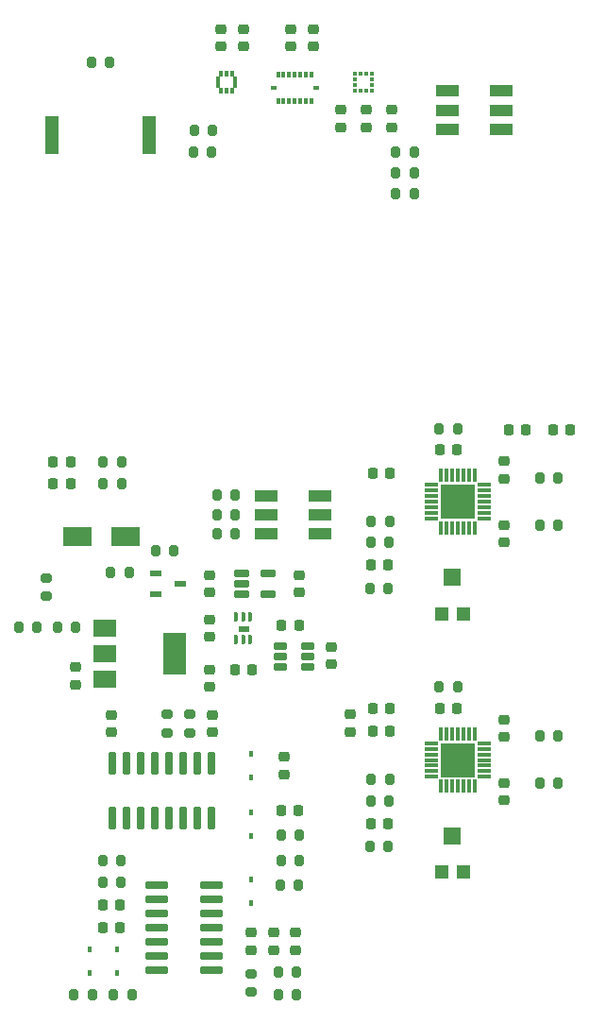
<source format=gbr>
%TF.GenerationSoftware,KiCad,Pcbnew,(6.0.5)*%
%TF.CreationDate,2022-06-08T15:49:38-06:00*%
%TF.ProjectId,main_board,6d61696e-5f62-46f6-9172-642e6b696361,rev?*%
%TF.SameCoordinates,Original*%
%TF.FileFunction,Paste,Top*%
%TF.FilePolarity,Positive*%
%FSLAX46Y46*%
G04 Gerber Fmt 4.6, Leading zero omitted, Abs format (unit mm)*
G04 Created by KiCad (PCBNEW (6.0.5)) date 2022-06-08 15:49:38*
%MOMM*%
%LPD*%
G01*
G04 APERTURE LIST*
G04 Aperture macros list*
%AMRoundRect*
0 Rectangle with rounded corners*
0 $1 Rounding radius*
0 $2 $3 $4 $5 $6 $7 $8 $9 X,Y pos of 4 corners*
0 Add a 4 corners polygon primitive as box body*
4,1,4,$2,$3,$4,$5,$6,$7,$8,$9,$2,$3,0*
0 Add four circle primitives for the rounded corners*
1,1,$1+$1,$2,$3*
1,1,$1+$1,$4,$5*
1,1,$1+$1,$6,$7*
1,1,$1+$1,$8,$9*
0 Add four rect primitives between the rounded corners*
20,1,$1+$1,$2,$3,$4,$5,0*
20,1,$1+$1,$4,$5,$6,$7,0*
20,1,$1+$1,$6,$7,$8,$9,0*
20,1,$1+$1,$8,$9,$2,$3,0*%
G04 Aperture macros list end*
%ADD10C,0.010000*%
%ADD11R,2.650000X1.750000*%
%ADD12RoundRect,0.200000X-0.275000X0.200000X-0.275000X-0.200000X0.275000X-0.200000X0.275000X0.200000X0*%
%ADD13RoundRect,0.225000X0.250000X-0.225000X0.250000X0.225000X-0.250000X0.225000X-0.250000X-0.225000X0*%
%ADD14RoundRect,0.225000X-0.250000X0.225000X-0.250000X-0.225000X0.250000X-0.225000X0.250000X0.225000X0*%
%ADD15RoundRect,0.200000X0.200000X0.275000X-0.200000X0.275000X-0.200000X-0.275000X0.200000X-0.275000X0*%
%ADD16RoundRect,0.218750X-0.218750X-0.256250X0.218750X-0.256250X0.218750X0.256250X-0.218750X0.256250X0*%
%ADD17RoundRect,0.090000X-0.520000X-0.210000X0.520000X-0.210000X0.520000X0.210000X-0.520000X0.210000X0*%
%ADD18R,0.450000X0.600000*%
%ADD19RoundRect,0.008100X0.126900X-0.361900X0.126900X0.361900X-0.126900X0.361900X-0.126900X-0.361900X0*%
%ADD20RoundRect,0.200000X-0.200000X-0.275000X0.200000X-0.275000X0.200000X0.275000X-0.200000X0.275000X0*%
%ADD21R,0.300000X1.150000*%
%ADD22R,1.150000X0.300000*%
%ADD23R,3.150000X3.150000*%
%ADD24RoundRect,0.225000X0.225000X0.250000X-0.225000X0.250000X-0.225000X-0.250000X0.225000X-0.250000X0*%
%ADD25RoundRect,0.007000X0.168000X-0.183000X0.168000X0.183000X-0.168000X0.183000X-0.168000X-0.183000X0*%
%ADD26RoundRect,0.200000X0.275000X-0.200000X0.275000X0.200000X-0.275000X0.200000X-0.275000X-0.200000X0*%
%ADD27RoundRect,0.225000X-0.225000X-0.250000X0.225000X-0.250000X0.225000X0.250000X-0.225000X0.250000X0*%
%ADD28R,1.200000X1.200000*%
%ADD29R,1.600000X1.500000*%
%ADD30R,1.300000X3.400000*%
%ADD31R,0.375000X0.350000*%
%ADD32R,0.350000X0.375000*%
%ADD33R,0.350000X0.590000*%
%ADD34R,0.590000X0.350000*%
%ADD35R,2.000000X1.500000*%
%ADD36R,2.000000X3.800000*%
%ADD37RoundRect,0.060000X-0.615000X0.240000X-0.615000X-0.240000X0.615000X-0.240000X0.615000X0.240000X0*%
%ADD38RoundRect,0.218750X0.218750X0.256250X-0.218750X0.256250X-0.218750X-0.256250X0.218750X-0.256250X0*%
%ADD39RoundRect,0.042000X-0.943000X-0.258000X0.943000X-0.258000X0.943000X0.258000X-0.943000X0.258000X0*%
%ADD40R,1.090000X0.610000*%
%ADD41R,2.000000X1.100000*%
%ADD42RoundRect,0.042000X0.258000X-0.943000X0.258000X0.943000X-0.258000X0.943000X-0.258000X-0.943000X0*%
G04 APERTURE END LIST*
%TO.C,U9*%
G36*
X146565000Y-114660000D02*
G01*
X145705000Y-114660000D01*
X145705000Y-114240000D01*
X146565000Y-114240000D01*
X146565000Y-114660000D01*
G37*
D10*
X146565000Y-114660000D02*
X145705000Y-114660000D01*
X145705000Y-114240000D01*
X146565000Y-114240000D01*
X146565000Y-114660000D01*
%TD*%
D11*
%TO.C,D10*%
X131250000Y-106190000D03*
X135550000Y-106190000D03*
%TD*%
D12*
%TO.C,R7*%
X141335000Y-122175000D03*
X141335000Y-123825000D03*
%TD*%
D13*
%TO.C,C6*%
X146165000Y-62275000D03*
X146165000Y-60725000D03*
%TD*%
D14*
%TO.C,C41*%
X157165000Y-67975000D03*
X157165000Y-69525000D03*
%TD*%
D15*
%TO.C,R6*%
X135160000Y-137250000D03*
X133510000Y-137250000D03*
%TD*%
D14*
%TO.C,C3*%
X154915000Y-67975000D03*
X154915000Y-69525000D03*
%TD*%
D16*
%TO.C,D9*%
X129085000Y-101500000D03*
X130660000Y-101500000D03*
%TD*%
D15*
%TO.C,R31*%
X135197500Y-101500000D03*
X133547500Y-101500000D03*
%TD*%
D17*
%TO.C,U7*%
X149455000Y-116050000D03*
X149455000Y-117000000D03*
X149455000Y-117950000D03*
X151945000Y-117950000D03*
X151945000Y-117000000D03*
X151945000Y-116050000D03*
%TD*%
D15*
%TO.C,R38*%
X161475000Y-71800000D03*
X159825000Y-71800000D03*
%TD*%
D13*
%TO.C,C17*%
X143135000Y-111225000D03*
X143135000Y-109675000D03*
%TD*%
D14*
%TO.C,C29*%
X169500000Y-128325000D03*
X169500000Y-129875000D03*
%TD*%
D18*
%TO.C,D2*%
X146835000Y-136950000D03*
X146835000Y-139050000D03*
%TD*%
D19*
%TO.C,U9*%
X145485000Y-115445000D03*
X146135000Y-115445000D03*
X146785000Y-115445000D03*
X146785000Y-113455000D03*
X146135000Y-113455000D03*
X145485000Y-113455000D03*
%TD*%
D20*
%TO.C,R39*%
X134260000Y-109450000D03*
X135910000Y-109450000D03*
%TD*%
D14*
%TO.C,C19*%
X151135000Y-109700000D03*
X151135000Y-111250000D03*
%TD*%
D18*
%TO.C,D5*%
X146835000Y-125700000D03*
X146835000Y-127800000D03*
%TD*%
D20*
%TO.C,R33*%
X143760000Y-106000000D03*
X145410000Y-106000000D03*
%TD*%
D13*
%TO.C,C8*%
X134335000Y-123750000D03*
X134335000Y-122200000D03*
%TD*%
D15*
%TO.C,R12*%
X151085000Y-137500000D03*
X149435000Y-137500000D03*
%TD*%
%TO.C,R22*%
X165375000Y-119700000D03*
X163725000Y-119700000D03*
%TD*%
%TO.C,R40*%
X139910000Y-107500000D03*
X138260000Y-107500000D03*
%TD*%
D21*
%TO.C,IC1*%
X166885000Y-123900000D03*
X166385000Y-123900000D03*
X165885000Y-123900000D03*
X165385000Y-123900000D03*
X164885000Y-123900000D03*
X164385000Y-123900000D03*
X163885000Y-123900000D03*
D22*
X163035000Y-124750000D03*
X163035000Y-125250000D03*
X163035000Y-125750000D03*
X163035000Y-126250000D03*
X163035000Y-126750000D03*
X163035000Y-127250000D03*
X163035000Y-127750000D03*
D21*
X163885000Y-128600000D03*
X164385000Y-128600000D03*
X164885000Y-128600000D03*
X165385000Y-128600000D03*
X165885000Y-128600000D03*
X166385000Y-128600000D03*
X166885000Y-128600000D03*
D22*
X167735000Y-127750000D03*
X167735000Y-127250000D03*
X167735000Y-126750000D03*
X167735000Y-126250000D03*
X167735000Y-125750000D03*
X167735000Y-125250000D03*
X167735000Y-124750000D03*
D23*
X165385000Y-126250000D03*
%TD*%
D15*
%TO.C,R11*%
X132585000Y-147250000D03*
X130935000Y-147250000D03*
%TD*%
D20*
%TO.C,R15*%
X125975000Y-114350000D03*
X127625000Y-114350000D03*
%TD*%
D15*
%TO.C,R37*%
X161475000Y-73650000D03*
X159825000Y-73650000D03*
%TD*%
D24*
%TO.C,C33*%
X165325000Y-98450000D03*
X163775000Y-98450000D03*
%TD*%
D14*
%TO.C,C13*%
X149835000Y-125975000D03*
X149835000Y-127525000D03*
%TD*%
D12*
%TO.C,R8*%
X139335000Y-122175000D03*
X139335000Y-123825000D03*
%TD*%
D13*
%TO.C,C27*%
X169550000Y-124175000D03*
X169550000Y-122625000D03*
%TD*%
D14*
%TO.C,C26*%
X155750000Y-122175000D03*
X155750000Y-123725000D03*
%TD*%
D25*
%TO.C,U3*%
X143900000Y-65250000D03*
X143900000Y-65750000D03*
X144165000Y-66265000D03*
X144665000Y-66265000D03*
X145165000Y-66265000D03*
X145430000Y-65750000D03*
X145430000Y-65250000D03*
X145165000Y-64735000D03*
X144665000Y-64735000D03*
X144165000Y-64735000D03*
%TD*%
D15*
%TO.C,R41*%
X135197500Y-99500000D03*
X133547500Y-99500000D03*
%TD*%
%TO.C,R9*%
X136160000Y-147250000D03*
X134510000Y-147250000D03*
%TD*%
D26*
%TO.C,R17*%
X128500000Y-111575000D03*
X128500000Y-109925000D03*
%TD*%
D20*
%TO.C,R27*%
X157575000Y-106750000D03*
X159225000Y-106750000D03*
%TD*%
D27*
%TO.C,C20*%
X173925000Y-96650000D03*
X175475000Y-96650000D03*
%TD*%
D18*
%TO.C,D4*%
X146835000Y-133050000D03*
X146835000Y-130950000D03*
%TD*%
%TO.C,D1*%
X134835000Y-145300000D03*
X134835000Y-143200000D03*
%TD*%
D14*
%TO.C,C34*%
X169500000Y-105175000D03*
X169500000Y-106725000D03*
%TD*%
D12*
%TO.C,R4*%
X146835000Y-145425000D03*
X146835000Y-147075000D03*
%TD*%
D20*
%TO.C,R24*%
X172725000Y-124100000D03*
X174375000Y-124100000D03*
%TD*%
D24*
%TO.C,C14*%
X135110000Y-141250000D03*
X133560000Y-141250000D03*
%TD*%
D14*
%TO.C,C16*%
X154070000Y-116135000D03*
X154070000Y-117685000D03*
%TD*%
D13*
%TO.C,C1*%
X152415000Y-62275000D03*
X152415000Y-60725000D03*
%TD*%
%TO.C,C22*%
X131085000Y-119500000D03*
X131085000Y-117950000D03*
%TD*%
D28*
%TO.C,RV1*%
X163900000Y-113150000D03*
D29*
X164900000Y-109900000D03*
D28*
X165900000Y-113150000D03*
%TD*%
D21*
%TO.C,IC2*%
X166885000Y-100750000D03*
X166385000Y-100750000D03*
X165885000Y-100750000D03*
X165385000Y-100750000D03*
X164885000Y-100750000D03*
X164385000Y-100750000D03*
X163885000Y-100750000D03*
D22*
X163035000Y-101600000D03*
X163035000Y-102100000D03*
X163035000Y-102600000D03*
X163035000Y-103100000D03*
X163035000Y-103600000D03*
X163035000Y-104100000D03*
X163035000Y-104600000D03*
D21*
X163885000Y-105450000D03*
X164385000Y-105450000D03*
X164885000Y-105450000D03*
X165385000Y-105450000D03*
X165885000Y-105450000D03*
X166385000Y-105450000D03*
X166885000Y-105450000D03*
D22*
X167735000Y-104600000D03*
X167735000Y-104100000D03*
X167735000Y-103600000D03*
X167735000Y-103100000D03*
X167735000Y-102600000D03*
X167735000Y-102100000D03*
X167735000Y-101600000D03*
D23*
X165385000Y-103100000D03*
%TD*%
D20*
%TO.C,R5*%
X133510000Y-135250000D03*
X135160000Y-135250000D03*
%TD*%
D30*
%TO.C,BZ1*%
X128985000Y-70250000D03*
X137685000Y-70250000D03*
%TD*%
D13*
%TO.C,C5*%
X144165000Y-62275000D03*
X144165000Y-60725000D03*
%TD*%
D14*
%TO.C,C21*%
X143135000Y-113675000D03*
X143135000Y-115225000D03*
%TD*%
D20*
%TO.C,R23*%
X157575000Y-129900000D03*
X159225000Y-129900000D03*
%TD*%
%TO.C,R28*%
X172725000Y-100950000D03*
X174375000Y-100950000D03*
%TD*%
D31*
%TO.C,U2*%
X156152500Y-64750000D03*
X156152500Y-65250000D03*
X156152500Y-65750000D03*
X156152500Y-66250000D03*
D32*
X156665000Y-66262500D03*
X157165000Y-66262500D03*
D31*
X157677500Y-66250000D03*
X157677500Y-65750000D03*
X157677500Y-65250000D03*
X157677500Y-64750000D03*
D32*
X157165000Y-64737500D03*
X156665000Y-64737500D03*
%TD*%
D20*
%TO.C,R10*%
X149260000Y-147250000D03*
X150910000Y-147250000D03*
%TD*%
D24*
%TO.C,C36*%
X171475000Y-96650000D03*
X169925000Y-96650000D03*
%TD*%
%TO.C,C32*%
X159125000Y-131950000D03*
X157575000Y-131950000D03*
%TD*%
D27*
%TO.C,C10*%
X149560000Y-130750000D03*
X151110000Y-130750000D03*
%TD*%
D15*
%TO.C,R35*%
X145410000Y-102500000D03*
X143760000Y-102500000D03*
%TD*%
D14*
%TO.C,C7*%
X143335000Y-122225000D03*
X143335000Y-123775000D03*
%TD*%
D24*
%TO.C,C11*%
X135110000Y-139250000D03*
X133560000Y-139250000D03*
%TD*%
D18*
%TO.C,D3*%
X132335000Y-145300000D03*
X132335000Y-143200000D03*
%TD*%
D24*
%TO.C,C30*%
X159275000Y-123700000D03*
X157725000Y-123700000D03*
%TD*%
D20*
%TO.C,R29*%
X172725000Y-105200000D03*
X174375000Y-105200000D03*
%TD*%
%TO.C,R19*%
X157475000Y-110850000D03*
X159125000Y-110850000D03*
%TD*%
D24*
%TO.C,C28*%
X165325000Y-121600000D03*
X163775000Y-121600000D03*
%TD*%
D20*
%TO.C,R2*%
X141640000Y-71800000D03*
X143290000Y-71800000D03*
%TD*%
%TO.C,R25*%
X172725000Y-128350000D03*
X174375000Y-128350000D03*
%TD*%
%TO.C,R36*%
X159825000Y-75500000D03*
X161475000Y-75500000D03*
%TD*%
D33*
%TO.C,U1*%
X149250000Y-64835000D03*
X149750000Y-64835000D03*
X150250000Y-64835000D03*
X150750000Y-64835000D03*
X151250000Y-64835000D03*
X151750000Y-64835000D03*
X152250000Y-64835000D03*
D34*
X152665000Y-66000000D03*
D33*
X152250000Y-67165000D03*
X151750000Y-67165000D03*
X151250000Y-67165000D03*
X150750000Y-67165000D03*
X150250000Y-67165000D03*
X149750000Y-67165000D03*
X149250000Y-67165000D03*
D34*
X148835000Y-66000000D03*
%TD*%
D20*
%TO.C,R3*%
X141725000Y-69800000D03*
X143375000Y-69800000D03*
%TD*%
%TO.C,R1*%
X149260000Y-145250000D03*
X150910000Y-145250000D03*
%TD*%
D13*
%TO.C,C23*%
X143135000Y-119700000D03*
X143135000Y-118150000D03*
%TD*%
D35*
%TO.C,U10*%
X133685000Y-114450000D03*
X133685000Y-116750000D03*
X133685000Y-119050000D03*
D36*
X139985000Y-116750000D03*
%TD*%
D20*
%TO.C,R21*%
X157625000Y-128000000D03*
X159275000Y-128000000D03*
%TD*%
%TO.C,R20*%
X157625000Y-104850000D03*
X159275000Y-104850000D03*
%TD*%
%TO.C,R30*%
X157475000Y-134000000D03*
X159125000Y-134000000D03*
%TD*%
D37*
%TO.C,U8*%
X145950000Y-109500000D03*
X145950000Y-110450000D03*
X145950000Y-111400000D03*
X148320000Y-111400000D03*
X148320000Y-109500000D03*
%TD*%
D38*
%TO.C,D8*%
X130660000Y-99500000D03*
X129085000Y-99500000D03*
%TD*%
D27*
%TO.C,C24*%
X145360000Y-118200000D03*
X146910000Y-118200000D03*
%TD*%
D14*
%TO.C,C15*%
X148835000Y-141725000D03*
X148835000Y-143275000D03*
%TD*%
D24*
%TO.C,C35*%
X159275000Y-100550000D03*
X157725000Y-100550000D03*
%TD*%
D20*
%TO.C,R13*%
X149510000Y-135250000D03*
X151160000Y-135250000D03*
%TD*%
D39*
%TO.C,U5*%
X138360000Y-137440000D03*
X138360000Y-138710000D03*
X138360000Y-139980000D03*
X138360000Y-141250000D03*
X138360000Y-142520000D03*
X138360000Y-143790000D03*
X138360000Y-145060000D03*
X143310000Y-145060000D03*
X143310000Y-143790000D03*
X143310000Y-142520000D03*
X143310000Y-141250000D03*
X143310000Y-139980000D03*
X143310000Y-138710000D03*
X143310000Y-137440000D03*
%TD*%
D13*
%TO.C,C2*%
X150415000Y-62275000D03*
X150415000Y-60725000D03*
%TD*%
D15*
%TO.C,R26*%
X165375000Y-96550000D03*
X163725000Y-96550000D03*
%TD*%
D14*
%TO.C,C4*%
X159415000Y-67975000D03*
X159415000Y-69525000D03*
%TD*%
D27*
%TO.C,C31*%
X157775000Y-121650000D03*
X159325000Y-121650000D03*
%TD*%
D40*
%TO.C,Q1*%
X138315000Y-109535000D03*
X138315000Y-111365000D03*
X140455000Y-110450000D03*
%TD*%
D14*
%TO.C,C12*%
X146835000Y-141725000D03*
X146835000Y-143275000D03*
%TD*%
D20*
%TO.C,R16*%
X129475000Y-114350000D03*
X131125000Y-114350000D03*
%TD*%
D28*
%TO.C,RV2*%
X163900000Y-136300000D03*
D29*
X164900000Y-133050000D03*
D28*
X165900000Y-136300000D03*
%TD*%
D20*
%TO.C,R18*%
X132510000Y-63750000D03*
X134160000Y-63750000D03*
%TD*%
D24*
%TO.C,C37*%
X159125000Y-108800000D03*
X157575000Y-108800000D03*
%TD*%
D15*
%TO.C,R34*%
X145410000Y-104250000D03*
X143760000Y-104250000D03*
%TD*%
D14*
%TO.C,C9*%
X150835000Y-141725000D03*
X150835000Y-143275000D03*
%TD*%
D15*
%TO.C,R14*%
X151160000Y-133000000D03*
X149510000Y-133000000D03*
%TD*%
D13*
%TO.C,C25*%
X169550000Y-101025000D03*
X169550000Y-99475000D03*
%TD*%
D41*
%TO.C,D7*%
X169235000Y-69700000D03*
X169235000Y-68000000D03*
X169235000Y-66300000D03*
X164435000Y-66300000D03*
X164435000Y-68000000D03*
X164435000Y-69700000D03*
%TD*%
D27*
%TO.C,C18*%
X149585000Y-114160000D03*
X151135000Y-114160000D03*
%TD*%
D42*
%TO.C,U6*%
X134390000Y-131475000D03*
X135660000Y-131475000D03*
X136930000Y-131475000D03*
X138200000Y-131475000D03*
X139470000Y-131475000D03*
X140740000Y-131475000D03*
X142010000Y-131475000D03*
X143280000Y-131475000D03*
X143280000Y-126525000D03*
X142010000Y-126525000D03*
X140740000Y-126525000D03*
X139470000Y-126525000D03*
X138200000Y-126525000D03*
X136930000Y-126525000D03*
X135660000Y-126525000D03*
X134390000Y-126525000D03*
%TD*%
D41*
%TO.C,D6*%
X152985000Y-105950000D03*
X152985000Y-104250000D03*
X152985000Y-102550000D03*
X148185000Y-102550000D03*
X148185000Y-104250000D03*
X148185000Y-105950000D03*
%TD*%
M02*

</source>
